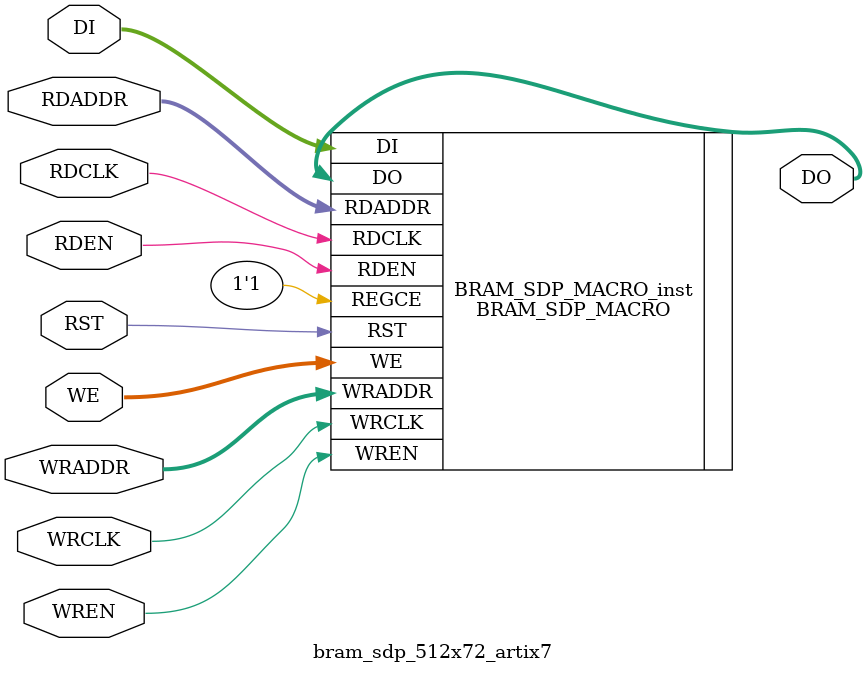
<source format=sv>
`default_nettype none
module bram_sdp_512x72_artix7 #(
    parameter int EN_REGISTER_MODE = 0
) (
    input wire          RDCLK,
    input wire          WRCLK,
    input wire          RST,
    input  wire         RDEN,
    input  wire         WREN,    
    input wire [ 7:0]   WE,
    input wire [ 8:0]   RDADDR,
    input wire [ 8:0]   WRADDR,
    input wire [71:0]   DI,
    output logic [71:0] DO
);

    // BRAM_SDP_MACRO : In order to incorporate this function into the design,
    //   Verilog   : the following instance declaration needs to be placed
    //  instance   : in the body of the design code.  The instance name
    // declaration : (BRAM_SDP_MACRO_inst) and/or the port declarations within the
    //    code     : parenthesis may be changed to properly reference and
    //             : connect this function to the design.  All inputs
    //             : and outputs must be connected.

    //  <-----Cut code below this line---->

    // BRAM_SDP_MACRO: Simple Dual Port RAM
    //                 Artix-7
    // Xilinx HDL Language Template, version 2022.1

    ///////////////////////////////////////////////////////////////////////
    //  READ_WIDTH | BRAM_SIZE | READ Depth  | RDADDR Width |            //
    // WRITE_WIDTH |           | WRITE Depth | WRADDR Width |  WE Width  //
    // ============|===========|=============|==============|============//
    //    37-72    |  "36Kb"   |      512    |     9-bit    |    8-bit   //
    //    19-36    |  "36Kb"   |     1024    |    10-bit    |    4-bit   //
    //    19-36    |  "18Kb"   |      512    |     9-bit    |    4-bit   //
    //    10-18    |  "36Kb"   |     2048    |    11-bit    |    2-bit   //
    //    10-18    |  "18Kb"   |     1024    |    10-bit    |    2-bit   //
    //     5-9     |  "36Kb"   |     4096    |    12-bit    |    1-bit   //
    //     5-9     |  "18Kb"   |     2048    |    11-bit    |    1-bit   //
    //     3-4     |  "36Kb"   |     8192    |    13-bit    |    1-bit   //
    //     3-4     |  "18Kb"   |     4096    |    12-bit    |    1-bit   //
    //       2     |  "36Kb"   |    16384    |    14-bit    |    1-bit   //
    //       2     |  "18Kb"   |     8192    |    13-bit    |    1-bit   //
    //       1     |  "36Kb"   |    32768    |    15-bit    |    1-bit   //
    //       1     |  "18Kb"   |    16384    |    14-bit    |    1-bit   //
    ///////////////////////////////////////////////////////////////////////

    BRAM_SDP_MACRO #(
        .BRAM_SIZE("36Kb"),  // Target BRAM, "18Kb" or "36Kb" 
        .DEVICE("7SERIES"),  // Target device: "7SERIES" 
        .WRITE_WIDTH(72),  // Valid values are 1-72 (37-72 only valid when BRAM_SIZE="36Kb")
        .READ_WIDTH(72),  // Valid values are 1-72 (37-72 only valid when BRAM_SIZE="36Kb")
        .DO_REG(EN_REGISTER_MODE),  // Optional output register (0 or 1)
        .INIT_FILE("NONE"),
        .SIM_COLLISION_CHECK("ALL"),  // Collision check enable "ALL", "WARNING_ONLY",
                                      //   "GENERATE_X_ONLY" or "NONE" 
        .SRVAL(72'h000000000000000000),  // Set/Reset value for port output
        .INIT(72'h000000000000000000),  // Initial values on output port
        .WRITE_MODE("WRITE_FIRST"),  // Specify "READ_FIRST" for same clock or synchronous clocks
                                     //   Specify "WRITE_FIRST for asynchronous clocks on ports
        .INIT_00(256'h0000000000000000000000000000000000000000000000000000000000000000),
        .INIT_01(256'h0000000000000000000000000000000000000000000000000000000000000000),
        .INIT_02(256'h0000000000000000000000000000000000000000000000000000000000000000),
        .INIT_03(256'h0000000000000000000000000000000000000000000000000000000000000000),
        .INIT_04(256'h0000000000000000000000000000000000000000000000000000000000000000),
        .INIT_05(256'h0000000000000000000000000000000000000000000000000000000000000000),
        .INIT_06(256'h0000000000000000000000000000000000000000000000000000000000000000),
        .INIT_07(256'h0000000000000000000000000000000000000000000000000000000000000000),
        .INIT_08(256'h0000000000000000000000000000000000000000000000000000000000000000),
        .INIT_09(256'h0000000000000000000000000000000000000000000000000000000000000000),
        .INIT_0A(256'h0000000000000000000000000000000000000000000000000000000000000000),
        .INIT_0B(256'h0000000000000000000000000000000000000000000000000000000000000000),
        .INIT_0C(256'h0000000000000000000000000000000000000000000000000000000000000000),
        .INIT_0D(256'h0000000000000000000000000000000000000000000000000000000000000000),
        .INIT_0E(256'h0000000000000000000000000000000000000000000000000000000000000000),
        .INIT_0F(256'h0000000000000000000000000000000000000000000000000000000000000000),
        .INIT_10(256'h0000000000000000000000000000000000000000000000000000000000000000),
        .INIT_11(256'h0000000000000000000000000000000000000000000000000000000000000000),
        .INIT_12(256'h0000000000000000000000000000000000000000000000000000000000000000),
        .INIT_13(256'h0000000000000000000000000000000000000000000000000000000000000000),
        .INIT_14(256'h0000000000000000000000000000000000000000000000000000000000000000),
        .INIT_15(256'h0000000000000000000000000000000000000000000000000000000000000000),
        .INIT_16(256'h0000000000000000000000000000000000000000000000000000000000000000),
        .INIT_17(256'h0000000000000000000000000000000000000000000000000000000000000000),
        .INIT_18(256'h0000000000000000000000000000000000000000000000000000000000000000),
        .INIT_19(256'h0000000000000000000000000000000000000000000000000000000000000000),
        .INIT_1A(256'h0000000000000000000000000000000000000000000000000000000000000000),
        .INIT_1B(256'h0000000000000000000000000000000000000000000000000000000000000000),
        .INIT_1C(256'h0000000000000000000000000000000000000000000000000000000000000000),
        .INIT_1D(256'h0000000000000000000000000000000000000000000000000000000000000000),
        .INIT_1E(256'h0000000000000000000000000000000000000000000000000000000000000000),
        .INIT_1F(256'h0000000000000000000000000000000000000000000000000000000000000000),
        .INIT_20(256'h0000000000000000000000000000000000000000000000000000000000000000),
        .INIT_21(256'h0000000000000000000000000000000000000000000000000000000000000000),
        .INIT_22(256'h0000000000000000000000000000000000000000000000000000000000000000),
        .INIT_23(256'h0000000000000000000000000000000000000000000000000000000000000000),
        .INIT_24(256'h0000000000000000000000000000000000000000000000000000000000000000),
        .INIT_25(256'h0000000000000000000000000000000000000000000000000000000000000000),
        .INIT_26(256'h0000000000000000000000000000000000000000000000000000000000000000),
        .INIT_27(256'h0000000000000000000000000000000000000000000000000000000000000000),
        .INIT_28(256'h0000000000000000000000000000000000000000000000000000000000000000),
        .INIT_29(256'h0000000000000000000000000000000000000000000000000000000000000000),
        .INIT_2A(256'h0000000000000000000000000000000000000000000000000000000000000000),
        .INIT_2B(256'h0000000000000000000000000000000000000000000000000000000000000000),
        .INIT_2C(256'h0000000000000000000000000000000000000000000000000000000000000000),
        .INIT_2D(256'h0000000000000000000000000000000000000000000000000000000000000000),
        .INIT_2E(256'h0000000000000000000000000000000000000000000000000000000000000000),
        .INIT_2F(256'h0000000000000000000000000000000000000000000000000000000000000000),
        .INIT_30(256'h0000000000000000000000000000000000000000000000000000000000000000),
        .INIT_31(256'h0000000000000000000000000000000000000000000000000000000000000000),
        .INIT_32(256'h0000000000000000000000000000000000000000000000000000000000000000),
        .INIT_33(256'h0000000000000000000000000000000000000000000000000000000000000000),
        .INIT_34(256'h0000000000000000000000000000000000000000000000000000000000000000),
        .INIT_35(256'h0000000000000000000000000000000000000000000000000000000000000000),
        .INIT_36(256'h0000000000000000000000000000000000000000000000000000000000000000),
        .INIT_37(256'h0000000000000000000000000000000000000000000000000000000000000000),
        .INIT_38(256'h0000000000000000000000000000000000000000000000000000000000000000),
        .INIT_39(256'h0000000000000000000000000000000000000000000000000000000000000000),
        .INIT_3A(256'h0000000000000000000000000000000000000000000000000000000000000000),
        .INIT_3B(256'h0000000000000000000000000000000000000000000000000000000000000000),
        .INIT_3C(256'h0000000000000000000000000000000000000000000000000000000000000000),
        .INIT_3D(256'h0000000000000000000000000000000000000000000000000000000000000000),
        .INIT_3E(256'h0000000000000000000000000000000000000000000000000000000000000000),
        .INIT_3F(256'h0000000000000000000000000000000000000000000000000000000000000000),

        // The next set of INIT_xx are valid when configured as 36Kb
        .INIT_40(256'h0000000000000000000000000000000000000000000000000000000000000000),
        .INIT_41(256'h0000000000000000000000000000000000000000000000000000000000000000),
        .INIT_42(256'h0000000000000000000000000000000000000000000000000000000000000000),
        .INIT_43(256'h0000000000000000000000000000000000000000000000000000000000000000),
        .INIT_44(256'h0000000000000000000000000000000000000000000000000000000000000000),
        .INIT_45(256'h0000000000000000000000000000000000000000000000000000000000000000),
        .INIT_46(256'h0000000000000000000000000000000000000000000000000000000000000000),
        .INIT_47(256'h0000000000000000000000000000000000000000000000000000000000000000),
        .INIT_48(256'h0000000000000000000000000000000000000000000000000000000000000000),
        .INIT_49(256'h0000000000000000000000000000000000000000000000000000000000000000),
        .INIT_4A(256'h0000000000000000000000000000000000000000000000000000000000000000),
        .INIT_4B(256'h0000000000000000000000000000000000000000000000000000000000000000),
        .INIT_4C(256'h0000000000000000000000000000000000000000000000000000000000000000),
        .INIT_4D(256'h0000000000000000000000000000000000000000000000000000000000000000),
        .INIT_4E(256'h0000000000000000000000000000000000000000000000000000000000000000),
        .INIT_4F(256'h0000000000000000000000000000000000000000000000000000000000000000),
        .INIT_50(256'h0000000000000000000000000000000000000000000000000000000000000000),
        .INIT_51(256'h0000000000000000000000000000000000000000000000000000000000000000),
        .INIT_52(256'h0000000000000000000000000000000000000000000000000000000000000000),
        .INIT_53(256'h0000000000000000000000000000000000000000000000000000000000000000),
        .INIT_54(256'h0000000000000000000000000000000000000000000000000000000000000000),
        .INIT_55(256'h0000000000000000000000000000000000000000000000000000000000000000),
        .INIT_56(256'h0000000000000000000000000000000000000000000000000000000000000000),
        .INIT_57(256'h0000000000000000000000000000000000000000000000000000000000000000),
        .INIT_58(256'h0000000000000000000000000000000000000000000000000000000000000000),
        .INIT_59(256'h0000000000000000000000000000000000000000000000000000000000000000),
        .INIT_5A(256'h0000000000000000000000000000000000000000000000000000000000000000),
        .INIT_5B(256'h0000000000000000000000000000000000000000000000000000000000000000),
        .INIT_5C(256'h0000000000000000000000000000000000000000000000000000000000000000),
        .INIT_5D(256'h0000000000000000000000000000000000000000000000000000000000000000),
        .INIT_5E(256'h0000000000000000000000000000000000000000000000000000000000000000),
        .INIT_5F(256'h0000000000000000000000000000000000000000000000000000000000000000),
        .INIT_60(256'h0000000000000000000000000000000000000000000000000000000000000000),
        .INIT_61(256'h0000000000000000000000000000000000000000000000000000000000000000),
        .INIT_62(256'h0000000000000000000000000000000000000000000000000000000000000000),
        .INIT_63(256'h0000000000000000000000000000000000000000000000000000000000000000),
        .INIT_64(256'h0000000000000000000000000000000000000000000000000000000000000000),
        .INIT_65(256'h0000000000000000000000000000000000000000000000000000000000000000),
        .INIT_66(256'h0000000000000000000000000000000000000000000000000000000000000000),
        .INIT_67(256'h0000000000000000000000000000000000000000000000000000000000000000),
        .INIT_68(256'h0000000000000000000000000000000000000000000000000000000000000000),
        .INIT_69(256'h0000000000000000000000000000000000000000000000000000000000000000),
        .INIT_6A(256'h0000000000000000000000000000000000000000000000000000000000000000),
        .INIT_6B(256'h0000000000000000000000000000000000000000000000000000000000000000),
        .INIT_6C(256'h0000000000000000000000000000000000000000000000000000000000000000),
        .INIT_6D(256'h0000000000000000000000000000000000000000000000000000000000000000),
        .INIT_6E(256'h0000000000000000000000000000000000000000000000000000000000000000),
        .INIT_6F(256'h0000000000000000000000000000000000000000000000000000000000000000),
        .INIT_70(256'h0000000000000000000000000000000000000000000000000000000000000000),
        .INIT_71(256'h0000000000000000000000000000000000000000000000000000000000000000),
        .INIT_72(256'h0000000000000000000000000000000000000000000000000000000000000000),
        .INIT_73(256'h0000000000000000000000000000000000000000000000000000000000000000),
        .INIT_74(256'h0000000000000000000000000000000000000000000000000000000000000000),
        .INIT_75(256'h0000000000000000000000000000000000000000000000000000000000000000),
        .INIT_76(256'h0000000000000000000000000000000000000000000000000000000000000000),
        .INIT_77(256'h0000000000000000000000000000000000000000000000000000000000000000),
        .INIT_78(256'h0000000000000000000000000000000000000000000000000000000000000000),
        .INIT_79(256'h0000000000000000000000000000000000000000000000000000000000000000),
        .INIT_7A(256'h0000000000000000000000000000000000000000000000000000000000000000),
        .INIT_7B(256'h0000000000000000000000000000000000000000000000000000000000000000),
        .INIT_7C(256'h0000000000000000000000000000000000000000000000000000000000000000),
        .INIT_7D(256'h0000000000000000000000000000000000000000000000000000000000000000),
        .INIT_7E(256'h0000000000000000000000000000000000000000000000000000000000000000),
        .INIT_7F(256'h0000000000000000000000000000000000000000000000000000000000000000),

        // The next set of INITP_xx are for the parity bits
        .INITP_00(256'h0000000000000000000000000000000000000000000000000000000000000000),
        .INITP_01(256'h0000000000000000000000000000000000000000000000000000000000000000),
        .INITP_02(256'h0000000000000000000000000000000000000000000000000000000000000000),
        .INITP_03(256'h0000000000000000000000000000000000000000000000000000000000000000),
        .INITP_04(256'h0000000000000000000000000000000000000000000000000000000000000000),
        .INITP_05(256'h0000000000000000000000000000000000000000000000000000000000000000),
        .INITP_06(256'h0000000000000000000000000000000000000000000000000000000000000000),
        .INITP_07(256'h0000000000000000000000000000000000000000000000000000000000000000),

        // The next set of INITP_xx are valid when configured as 36Kb
        .INITP_08(256'h0000000000000000000000000000000000000000000000000000000000000000),
        .INITP_09(256'h0000000000000000000000000000000000000000000000000000000000000000),
        .INITP_0A(256'h0000000000000000000000000000000000000000000000000000000000000000),
        .INITP_0B(256'h0000000000000000000000000000000000000000000000000000000000000000),
        .INITP_0C(256'h0000000000000000000000000000000000000000000000000000000000000000),
        .INITP_0D(256'h0000000000000000000000000000000000000000000000000000000000000000),
        .INITP_0E(256'h0000000000000000000000000000000000000000000000000000000000000000),
        .INITP_0F(256'h0000000000000000000000000000000000000000000000000000000000000000)
    ) BRAM_SDP_MACRO_inst (
        .DO    (DO),      // Output read data port, width defined by READ_WIDTH parameter
        .DI    (DI),      // Input write data port, width defined by WRITE_WIDTH parameter
        .RDADDR(RDADDR),  // Input read address, width defined by read port depth
        .RDCLK (RDCLK),   // 1-bit input read clock
        .RDEN  (RDEN),    // 1-bit input read port enable
        .REGCE (1'b1),   // 1-bit input read output register enable
        .RST   (RST),     // 1-bit input reset
        .WE    (WE),      // Input write enable, width defined by write port depth
        .WRADDR(WRADDR),  // Input write address, width defined by write port depth
        .WRCLK (WRCLK),   // 1-bit input write clock
        .WREN  (WREN)     // 1-bit input write port enable
    );

    // End of BRAM_SDP_MACRO_inst instantiation

endmodule

`default_nettype wire

</source>
